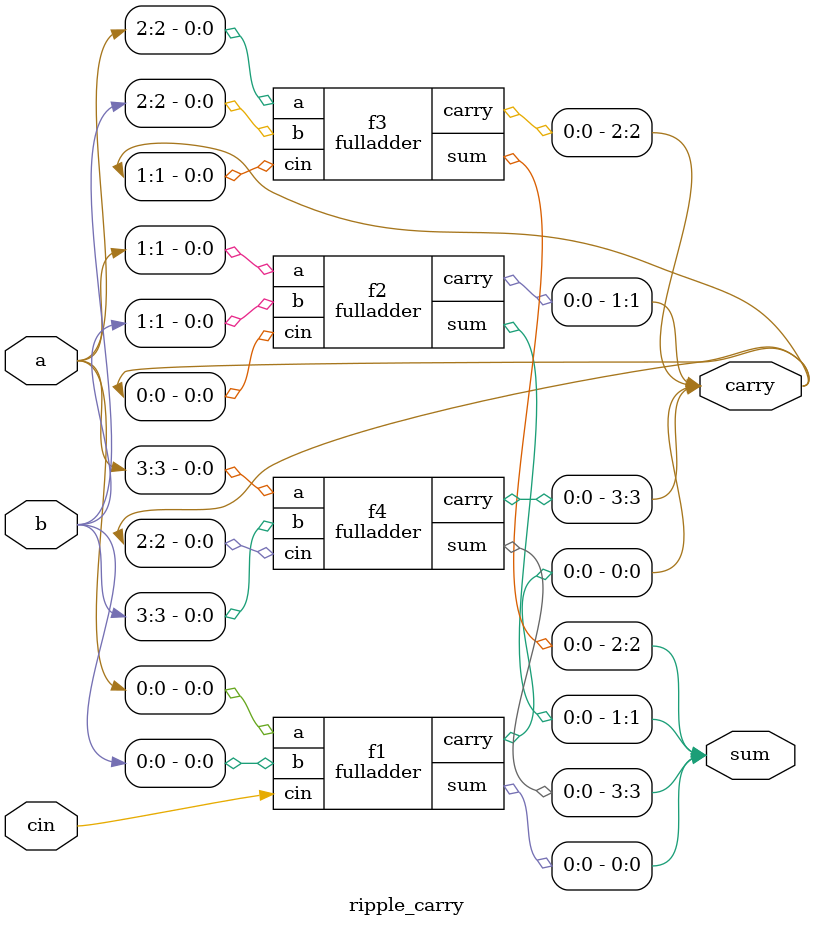
<source format=v>
module fulladder(input a,b,cin,output sum,carry);
  assign sum = a^b^cin;
  assign carry = (a&b)|(b&cin)|(a&cin);
endmodule

module ripple_carry(input [3:0] a,b,input cin,output [3:0] sum,carry);
  
  fulladder f1(.a(a[0]),.b(b[0]),.cin(cin),.sum(sum[0]),.carry(carry[0]));
  fulladder f2(.a(a[1]),.b(b[1]),.cin(carry[0]),.sum(sum[1]),.carry(carry[1]));
  fulladder f3(.a(a[2]),.b(b[2]),.cin(carry[1]),.sum(sum[2]),.carry(carry[2]));
  fulladder f4(.a(a[3]),.b(b[3]),.cin(carry[2]),.sum(sum[3]),.carry(carry[3]));
endmodule

</source>
